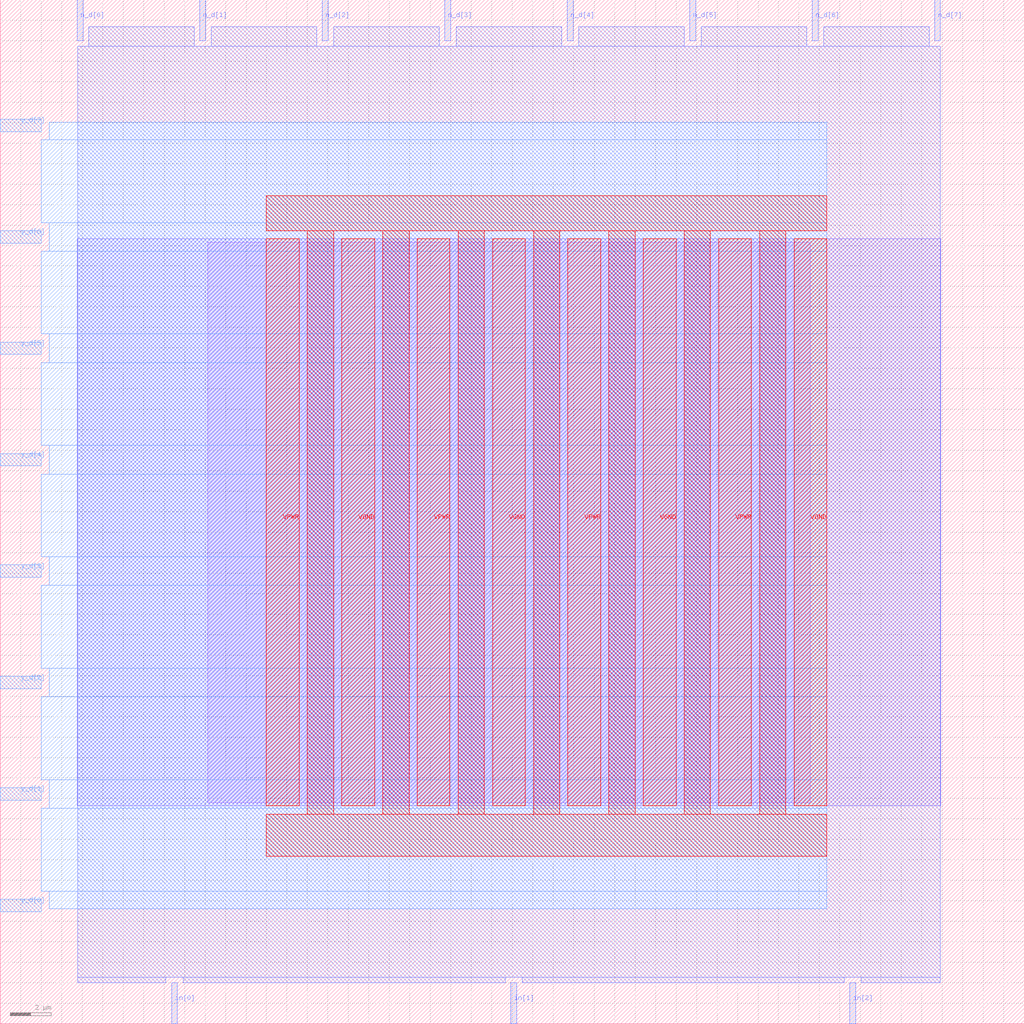
<source format=lef>
VERSION 5.7 ;
  NOWIREEXTENSIONATPIN ON ;
  DIVIDERCHAR "/" ;
  BUSBITCHARS "[]" ;
MACRO decoder_p
  CLASS BLOCK ;
  FOREIGN decoder_p ;
  ORIGIN 0.000 0.000 ;
  SIZE 50.000 BY 50.000 ;
  PIN VGND
    USE GROUND ;
    PORT
      LAYER met4 ;
        RECT 38.760 10.640 40.360 38.320 ;
    END
    PORT
      LAYER met4 ;
        RECT 31.400 10.640 33.000 38.320 ;
    END
    PORT
      LAYER met4 ;
        RECT 24.040 10.640 25.640 38.320 ;
    END
    PORT
      LAYER met4 ;
        RECT 16.680 10.640 18.280 38.320 ;
    END
  END VGND
  PIN VPWR
    USE POWER ;
    PORT
      LAYER met4 ;
        RECT 35.080 10.640 36.680 38.320 ;
    END
    PORT
      LAYER met4 ;
        RECT 27.720 10.640 29.320 38.320 ;
    END
    PORT
      LAYER met4 ;
        RECT 20.360 10.640 21.960 38.320 ;
    END
    PORT
      LAYER met4 ;
        RECT 13.000 10.640 14.600 38.320 ;
    END
  END VPWR
  PIN in[0]
    ANTENNAGATEAREA 0.196500 ;
    PORT
      LAYER met2 ;
        RECT 8.370 0.000 8.650 2.000 ;
    END
  END in[0]
  PIN in[1]
    ANTENNAGATEAREA 0.196500 ;
    PORT
      LAYER met2 ;
        RECT 24.930 0.000 25.210 2.000 ;
    END
  END in[1]
  PIN in[2]
    ANTENNAGATEAREA 0.196500 ;
    PORT
      LAYER met2 ;
        RECT 41.490 0.000 41.770 2.000 ;
    END
  END in[2]
  PIN n_d[0]
    ANTENNADIFFAREA 0.795200 ;
    PORT
      LAYER met2 ;
        RECT 3.770 48.000 4.050 50.000 ;
    END
  END n_d[0]
  PIN n_d[1]
    ANTENNADIFFAREA 0.795200 ;
    PORT
      LAYER met2 ;
        RECT 9.750 48.000 10.030 50.000 ;
    END
  END n_d[1]
  PIN n_d[2]
    ANTENNADIFFAREA 0.795200 ;
    PORT
      LAYER met2 ;
        RECT 15.730 48.000 16.010 50.000 ;
    END
  END n_d[2]
  PIN n_d[3]
    ANTENNADIFFAREA 0.795200 ;
    PORT
      LAYER met2 ;
        RECT 21.710 48.000 21.990 50.000 ;
    END
  END n_d[3]
  PIN n_d[4]
    ANTENNADIFFAREA 0.795200 ;
    PORT
      LAYER met2 ;
        RECT 27.690 48.000 27.970 50.000 ;
    END
  END n_d[4]
  PIN n_d[5]
    ANTENNADIFFAREA 0.795200 ;
    PORT
      LAYER met2 ;
        RECT 33.670 48.000 33.950 50.000 ;
    END
  END n_d[5]
  PIN n_d[6]
    ANTENNADIFFAREA 0.795200 ;
    PORT
      LAYER met2 ;
        RECT 39.650 48.000 39.930 50.000 ;
    END
  END n_d[6]
  PIN n_d[7]
    ANTENNADIFFAREA 0.795200 ;
    PORT
      LAYER met2 ;
        RECT 45.630 48.000 45.910 50.000 ;
    END
  END n_d[7]
  PIN y_d[0]
    ANTENNADIFFAREA 0.795200 ;
    PORT
      LAYER met3 ;
        RECT 0.000 5.480 2.000 6.080 ;
    END
  END y_d[0]
  PIN y_d[1]
    ANTENNADIFFAREA 0.795200 ;
    PORT
      LAYER met3 ;
        RECT 0.000 10.920 2.000 11.520 ;
    END
  END y_d[1]
  PIN y_d[2]
    ANTENNADIFFAREA 0.795200 ;
    PORT
      LAYER met3 ;
        RECT 0.000 16.360 2.000 16.960 ;
    END
  END y_d[2]
  PIN y_d[3]
    ANTENNADIFFAREA 0.795200 ;
    PORT
      LAYER met3 ;
        RECT 0.000 21.800 2.000 22.400 ;
    END
  END y_d[3]
  PIN y_d[4]
    ANTENNADIFFAREA 0.795200 ;
    PORT
      LAYER met3 ;
        RECT 0.000 27.240 2.000 27.840 ;
    END
  END y_d[4]
  PIN y_d[5]
    ANTENNADIFFAREA 0.795200 ;
    PORT
      LAYER met3 ;
        RECT 0.000 32.680 2.000 33.280 ;
    END
  END y_d[5]
  PIN y_d[6]
    ANTENNADIFFAREA 0.795200 ;
    PORT
      LAYER met3 ;
        RECT 0.000 38.120 2.000 38.720 ;
    END
  END y_d[6]
  PIN y_d[7]
    ANTENNADIFFAREA 0.795200 ;
    PORT
      LAYER met3 ;
        RECT 0.000 43.560 2.000 44.160 ;
    END
  END y_d[7]
  OBS
      LAYER li1 ;
        RECT 10.120 10.795 39.560 38.165 ;
      LAYER met1 ;
        RECT 3.750 10.640 45.930 38.320 ;
      LAYER met2 ;
        RECT 4.330 47.720 9.470 48.690 ;
        RECT 10.310 47.720 15.450 48.690 ;
        RECT 16.290 47.720 21.430 48.690 ;
        RECT 22.270 47.720 27.410 48.690 ;
        RECT 28.250 47.720 33.390 48.690 ;
        RECT 34.230 47.720 39.370 48.690 ;
        RECT 40.210 47.720 45.350 48.690 ;
        RECT 3.780 2.280 45.900 47.720 ;
        RECT 3.780 2.000 8.090 2.280 ;
        RECT 8.930 2.000 24.650 2.280 ;
        RECT 25.490 2.000 41.210 2.280 ;
        RECT 42.050 2.000 45.900 2.280 ;
      LAYER met3 ;
        RECT 2.400 43.160 40.350 44.025 ;
        RECT 2.000 39.120 40.350 43.160 ;
        RECT 2.400 37.720 40.350 39.120 ;
        RECT 2.000 33.680 40.350 37.720 ;
        RECT 2.400 32.280 40.350 33.680 ;
        RECT 2.000 28.240 40.350 32.280 ;
        RECT 2.400 26.840 40.350 28.240 ;
        RECT 2.000 22.800 40.350 26.840 ;
        RECT 2.400 21.400 40.350 22.800 ;
        RECT 2.000 17.360 40.350 21.400 ;
        RECT 2.400 15.960 40.350 17.360 ;
        RECT 2.000 11.920 40.350 15.960 ;
        RECT 2.400 10.520 40.350 11.920 ;
        RECT 2.000 6.480 40.350 10.520 ;
        RECT 2.400 5.615 40.350 6.480 ;
      LAYER met4 ;
        RECT 13.000 38.720 40.360 40.420 ;
        RECT 15.000 10.240 16.280 38.720 ;
        RECT 18.680 10.240 19.960 38.720 ;
        RECT 22.360 10.240 23.640 38.720 ;
        RECT 26.040 10.240 27.320 38.720 ;
        RECT 29.720 10.240 31.000 38.720 ;
        RECT 33.400 10.240 34.680 38.720 ;
        RECT 37.080 10.240 38.360 38.720 ;
        RECT 13.000 8.190 40.360 10.240 ;
  END
END decoder_p
END LIBRARY


</source>
